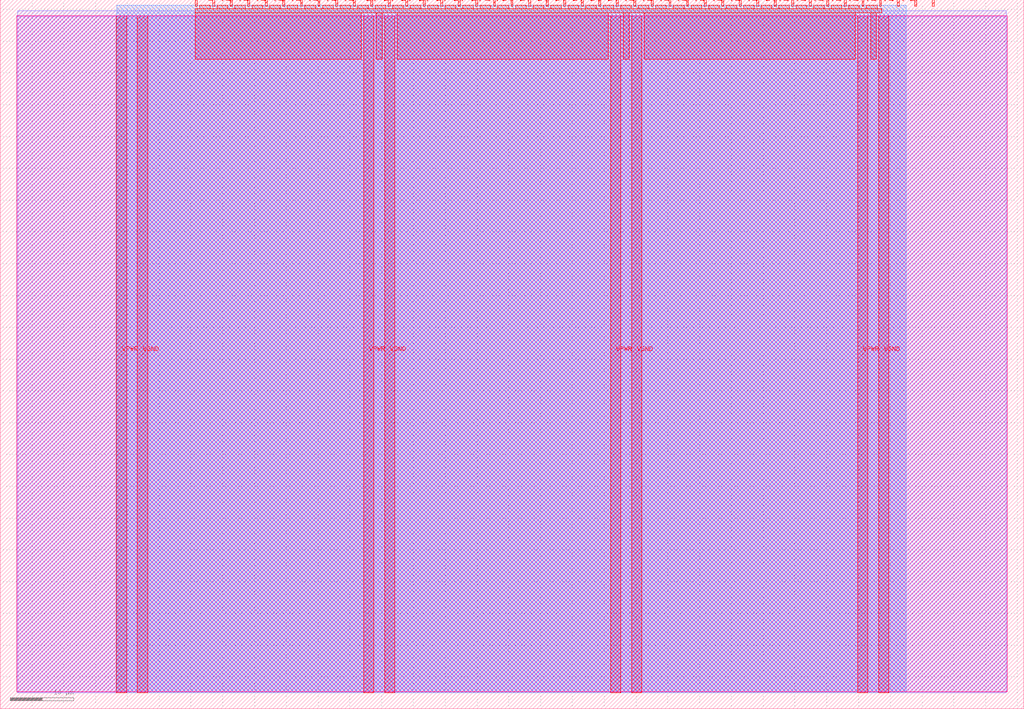
<source format=lef>
VERSION 5.7 ;
  NOWIREEXTENSIONATPIN ON ;
  DIVIDERCHAR "/" ;
  BUSBITCHARS "[]" ;
MACRO tt_um_shifter
  CLASS BLOCK ;
  FOREIGN tt_um_shifter ;
  ORIGIN 0.000 0.000 ;
  SIZE 161.000 BY 111.520 ;
  PIN VGND
    DIRECTION INOUT ;
    USE GROUND ;
    PORT
      LAYER met4 ;
        RECT 21.580 2.480 23.180 109.040 ;
    END
    PORT
      LAYER met4 ;
        RECT 60.450 2.480 62.050 109.040 ;
    END
    PORT
      LAYER met4 ;
        RECT 99.320 2.480 100.920 109.040 ;
    END
    PORT
      LAYER met4 ;
        RECT 138.190 2.480 139.790 109.040 ;
    END
  END VGND
  PIN VPWR
    DIRECTION INOUT ;
    USE POWER ;
    PORT
      LAYER met4 ;
        RECT 18.280 2.480 19.880 109.040 ;
    END
    PORT
      LAYER met4 ;
        RECT 57.150 2.480 58.750 109.040 ;
    END
    PORT
      LAYER met4 ;
        RECT 96.020 2.480 97.620 109.040 ;
    END
    PORT
      LAYER met4 ;
        RECT 134.890 2.480 136.490 109.040 ;
    END
  END VPWR
  PIN clk
    DIRECTION INPUT ;
    USE SIGNAL ;
    PORT
      LAYER met4 ;
        RECT 143.830 110.520 144.130 111.520 ;
    END
  END clk
  PIN ena
    DIRECTION INPUT ;
    USE SIGNAL ;
    PORT
      LAYER met4 ;
        RECT 146.590 110.520 146.890 111.520 ;
    END
  END ena
  PIN rst_n
    DIRECTION INPUT ;
    USE SIGNAL ;
    PORT
      LAYER met4 ;
        RECT 141.070 110.520 141.370 111.520 ;
    END
  END rst_n
  PIN ui_in[0]
    DIRECTION INPUT ;
    USE SIGNAL ;
    ANTENNAGATEAREA 0.196500 ;
    PORT
      LAYER met4 ;
        RECT 138.310 110.520 138.610 111.520 ;
    END
  END ui_in[0]
  PIN ui_in[1]
    DIRECTION INPUT ;
    USE SIGNAL ;
    ANTENNAGATEAREA 0.196500 ;
    PORT
      LAYER met4 ;
        RECT 135.550 110.520 135.850 111.520 ;
    END
  END ui_in[1]
  PIN ui_in[2]
    DIRECTION INPUT ;
    USE SIGNAL ;
    ANTENNAGATEAREA 0.196500 ;
    PORT
      LAYER met4 ;
        RECT 132.790 110.520 133.090 111.520 ;
    END
  END ui_in[2]
  PIN ui_in[3]
    DIRECTION INPUT ;
    USE SIGNAL ;
    ANTENNAGATEAREA 0.196500 ;
    PORT
      LAYER met4 ;
        RECT 130.030 110.520 130.330 111.520 ;
    END
  END ui_in[3]
  PIN ui_in[4]
    DIRECTION INPUT ;
    USE SIGNAL ;
    ANTENNAGATEAREA 0.196500 ;
    PORT
      LAYER met4 ;
        RECT 127.270 110.520 127.570 111.520 ;
    END
  END ui_in[4]
  PIN ui_in[5]
    DIRECTION INPUT ;
    USE SIGNAL ;
    ANTENNAGATEAREA 0.196500 ;
    PORT
      LAYER met4 ;
        RECT 124.510 110.520 124.810 111.520 ;
    END
  END ui_in[5]
  PIN ui_in[6]
    DIRECTION INPUT ;
    USE SIGNAL ;
    ANTENNAGATEAREA 0.196500 ;
    PORT
      LAYER met4 ;
        RECT 121.750 110.520 122.050 111.520 ;
    END
  END ui_in[6]
  PIN ui_in[7]
    DIRECTION INPUT ;
    USE SIGNAL ;
    ANTENNAGATEAREA 0.126000 ;
    PORT
      LAYER met4 ;
        RECT 118.990 110.520 119.290 111.520 ;
    END
  END ui_in[7]
  PIN uio_in[0]
    DIRECTION INPUT ;
    USE SIGNAL ;
    ANTENNAGATEAREA 0.159000 ;
    PORT
      LAYER met4 ;
        RECT 116.230 110.520 116.530 111.520 ;
    END
  END uio_in[0]
  PIN uio_in[1]
    DIRECTION INPUT ;
    USE SIGNAL ;
    ANTENNAGATEAREA 0.213000 ;
    PORT
      LAYER met4 ;
        RECT 113.470 110.520 113.770 111.520 ;
    END
  END uio_in[1]
  PIN uio_in[2]
    DIRECTION INPUT ;
    USE SIGNAL ;
    ANTENNAGATEAREA 0.126000 ;
    PORT
      LAYER met4 ;
        RECT 110.710 110.520 111.010 111.520 ;
    END
  END uio_in[2]
  PIN uio_in[3]
    DIRECTION INPUT ;
    USE SIGNAL ;
    ANTENNAGATEAREA 0.196500 ;
    PORT
      LAYER met4 ;
        RECT 107.950 110.520 108.250 111.520 ;
    END
  END uio_in[3]
  PIN uio_in[4]
    DIRECTION INPUT ;
    USE SIGNAL ;
    ANTENNAGATEAREA 0.196500 ;
    PORT
      LAYER met4 ;
        RECT 105.190 110.520 105.490 111.520 ;
    END
  END uio_in[4]
  PIN uio_in[5]
    DIRECTION INPUT ;
    USE SIGNAL ;
    ANTENNAGATEAREA 0.196500 ;
    PORT
      LAYER met4 ;
        RECT 102.430 110.520 102.730 111.520 ;
    END
  END uio_in[5]
  PIN uio_in[6]
    DIRECTION INPUT ;
    USE SIGNAL ;
    ANTENNAGATEAREA 0.196500 ;
    PORT
      LAYER met4 ;
        RECT 99.670 110.520 99.970 111.520 ;
    END
  END uio_in[6]
  PIN uio_in[7]
    DIRECTION INPUT ;
    USE SIGNAL ;
    ANTENNAGATEAREA 0.196500 ;
    PORT
      LAYER met4 ;
        RECT 96.910 110.520 97.210 111.520 ;
    END
  END uio_in[7]
  PIN uio_oe[0]
    DIRECTION OUTPUT ;
    USE SIGNAL ;
    PORT
      LAYER met4 ;
        RECT 49.990 110.520 50.290 111.520 ;
    END
  END uio_oe[0]
  PIN uio_oe[1]
    DIRECTION OUTPUT ;
    USE SIGNAL ;
    PORT
      LAYER met4 ;
        RECT 47.230 110.520 47.530 111.520 ;
    END
  END uio_oe[1]
  PIN uio_oe[2]
    DIRECTION OUTPUT ;
    USE SIGNAL ;
    PORT
      LAYER met4 ;
        RECT 44.470 110.520 44.770 111.520 ;
    END
  END uio_oe[2]
  PIN uio_oe[3]
    DIRECTION OUTPUT ;
    USE SIGNAL ;
    PORT
      LAYER met4 ;
        RECT 41.710 110.520 42.010 111.520 ;
    END
  END uio_oe[3]
  PIN uio_oe[4]
    DIRECTION OUTPUT ;
    USE SIGNAL ;
    PORT
      LAYER met4 ;
        RECT 38.950 110.520 39.250 111.520 ;
    END
  END uio_oe[4]
  PIN uio_oe[5]
    DIRECTION OUTPUT ;
    USE SIGNAL ;
    PORT
      LAYER met4 ;
        RECT 36.190 110.520 36.490 111.520 ;
    END
  END uio_oe[5]
  PIN uio_oe[6]
    DIRECTION OUTPUT ;
    USE SIGNAL ;
    PORT
      LAYER met4 ;
        RECT 33.430 110.520 33.730 111.520 ;
    END
  END uio_oe[6]
  PIN uio_oe[7]
    DIRECTION OUTPUT ;
    USE SIGNAL ;
    PORT
      LAYER met4 ;
        RECT 30.670 110.520 30.970 111.520 ;
    END
  END uio_oe[7]
  PIN uio_out[0]
    DIRECTION OUTPUT ;
    USE SIGNAL ;
    PORT
      LAYER met4 ;
        RECT 72.070 110.520 72.370 111.520 ;
    END
  END uio_out[0]
  PIN uio_out[1]
    DIRECTION OUTPUT ;
    USE SIGNAL ;
    PORT
      LAYER met4 ;
        RECT 69.310 110.520 69.610 111.520 ;
    END
  END uio_out[1]
  PIN uio_out[2]
    DIRECTION OUTPUT ;
    USE SIGNAL ;
    PORT
      LAYER met4 ;
        RECT 66.550 110.520 66.850 111.520 ;
    END
  END uio_out[2]
  PIN uio_out[3]
    DIRECTION OUTPUT ;
    USE SIGNAL ;
    PORT
      LAYER met4 ;
        RECT 63.790 110.520 64.090 111.520 ;
    END
  END uio_out[3]
  PIN uio_out[4]
    DIRECTION OUTPUT ;
    USE SIGNAL ;
    PORT
      LAYER met4 ;
        RECT 61.030 110.520 61.330 111.520 ;
    END
  END uio_out[4]
  PIN uio_out[5]
    DIRECTION OUTPUT ;
    USE SIGNAL ;
    PORT
      LAYER met4 ;
        RECT 58.270 110.520 58.570 111.520 ;
    END
  END uio_out[5]
  PIN uio_out[6]
    DIRECTION OUTPUT ;
    USE SIGNAL ;
    PORT
      LAYER met4 ;
        RECT 55.510 110.520 55.810 111.520 ;
    END
  END uio_out[6]
  PIN uio_out[7]
    DIRECTION OUTPUT ;
    USE SIGNAL ;
    PORT
      LAYER met4 ;
        RECT 52.750 110.520 53.050 111.520 ;
    END
  END uio_out[7]
  PIN uo_out[0]
    DIRECTION OUTPUT ;
    USE SIGNAL ;
    ANTENNADIFFAREA 0.891000 ;
    PORT
      LAYER met4 ;
        RECT 94.150 110.520 94.450 111.520 ;
    END
  END uo_out[0]
  PIN uo_out[1]
    DIRECTION OUTPUT ;
    USE SIGNAL ;
    ANTENNADIFFAREA 0.445500 ;
    PORT
      LAYER met4 ;
        RECT 91.390 110.520 91.690 111.520 ;
    END
  END uo_out[1]
  PIN uo_out[2]
    DIRECTION OUTPUT ;
    USE SIGNAL ;
    ANTENNADIFFAREA 0.891000 ;
    PORT
      LAYER met4 ;
        RECT 88.630 110.520 88.930 111.520 ;
    END
  END uo_out[2]
  PIN uo_out[3]
    DIRECTION OUTPUT ;
    USE SIGNAL ;
    ANTENNADIFFAREA 0.911000 ;
    PORT
      LAYER met4 ;
        RECT 85.870 110.520 86.170 111.520 ;
    END
  END uo_out[3]
  PIN uo_out[4]
    DIRECTION OUTPUT ;
    USE SIGNAL ;
    ANTENNADIFFAREA 0.924000 ;
    PORT
      LAYER met4 ;
        RECT 83.110 110.520 83.410 111.520 ;
    END
  END uo_out[4]
  PIN uo_out[5]
    DIRECTION OUTPUT ;
    USE SIGNAL ;
    ANTENNADIFFAREA 0.643500 ;
    PORT
      LAYER met4 ;
        RECT 80.350 110.520 80.650 111.520 ;
    END
  END uo_out[5]
  PIN uo_out[6]
    DIRECTION OUTPUT ;
    USE SIGNAL ;
    ANTENNADIFFAREA 0.924000 ;
    PORT
      LAYER met4 ;
        RECT 77.590 110.520 77.890 111.520 ;
    END
  END uo_out[6]
  PIN uo_out[7]
    DIRECTION OUTPUT ;
    USE SIGNAL ;
    ANTENNADIFFAREA 0.891000 ;
    PORT
      LAYER met4 ;
        RECT 74.830 110.520 75.130 111.520 ;
    END
  END uo_out[7]
  OBS
      LAYER nwell ;
        RECT 2.570 2.635 158.430 108.990 ;
      LAYER li1 ;
        RECT 2.760 2.635 158.240 108.885 ;
      LAYER met1 ;
        RECT 2.760 2.480 158.240 109.780 ;
      LAYER met2 ;
        RECT 18.310 2.535 142.510 110.685 ;
      LAYER met3 ;
        RECT 18.290 2.555 142.535 110.665 ;
      LAYER met4 ;
        RECT 31.370 110.120 33.030 110.665 ;
        RECT 34.130 110.120 35.790 110.665 ;
        RECT 36.890 110.120 38.550 110.665 ;
        RECT 39.650 110.120 41.310 110.665 ;
        RECT 42.410 110.120 44.070 110.665 ;
        RECT 45.170 110.120 46.830 110.665 ;
        RECT 47.930 110.120 49.590 110.665 ;
        RECT 50.690 110.120 52.350 110.665 ;
        RECT 53.450 110.120 55.110 110.665 ;
        RECT 56.210 110.120 57.870 110.665 ;
        RECT 58.970 110.120 60.630 110.665 ;
        RECT 61.730 110.120 63.390 110.665 ;
        RECT 64.490 110.120 66.150 110.665 ;
        RECT 67.250 110.120 68.910 110.665 ;
        RECT 70.010 110.120 71.670 110.665 ;
        RECT 72.770 110.120 74.430 110.665 ;
        RECT 75.530 110.120 77.190 110.665 ;
        RECT 78.290 110.120 79.950 110.665 ;
        RECT 81.050 110.120 82.710 110.665 ;
        RECT 83.810 110.120 85.470 110.665 ;
        RECT 86.570 110.120 88.230 110.665 ;
        RECT 89.330 110.120 90.990 110.665 ;
        RECT 92.090 110.120 93.750 110.665 ;
        RECT 94.850 110.120 96.510 110.665 ;
        RECT 97.610 110.120 99.270 110.665 ;
        RECT 100.370 110.120 102.030 110.665 ;
        RECT 103.130 110.120 104.790 110.665 ;
        RECT 105.890 110.120 107.550 110.665 ;
        RECT 108.650 110.120 110.310 110.665 ;
        RECT 111.410 110.120 113.070 110.665 ;
        RECT 114.170 110.120 115.830 110.665 ;
        RECT 116.930 110.120 118.590 110.665 ;
        RECT 119.690 110.120 121.350 110.665 ;
        RECT 122.450 110.120 124.110 110.665 ;
        RECT 125.210 110.120 126.870 110.665 ;
        RECT 127.970 110.120 129.630 110.665 ;
        RECT 130.730 110.120 132.390 110.665 ;
        RECT 133.490 110.120 135.150 110.665 ;
        RECT 136.250 110.120 137.910 110.665 ;
        RECT 30.655 109.440 138.625 110.120 ;
        RECT 30.655 102.175 56.750 109.440 ;
        RECT 59.150 102.175 60.050 109.440 ;
        RECT 62.450 102.175 95.620 109.440 ;
        RECT 98.020 102.175 98.920 109.440 ;
        RECT 101.320 102.175 134.490 109.440 ;
        RECT 136.890 102.175 137.790 109.440 ;
  END
END tt_um_shifter
END LIBRARY


</source>
